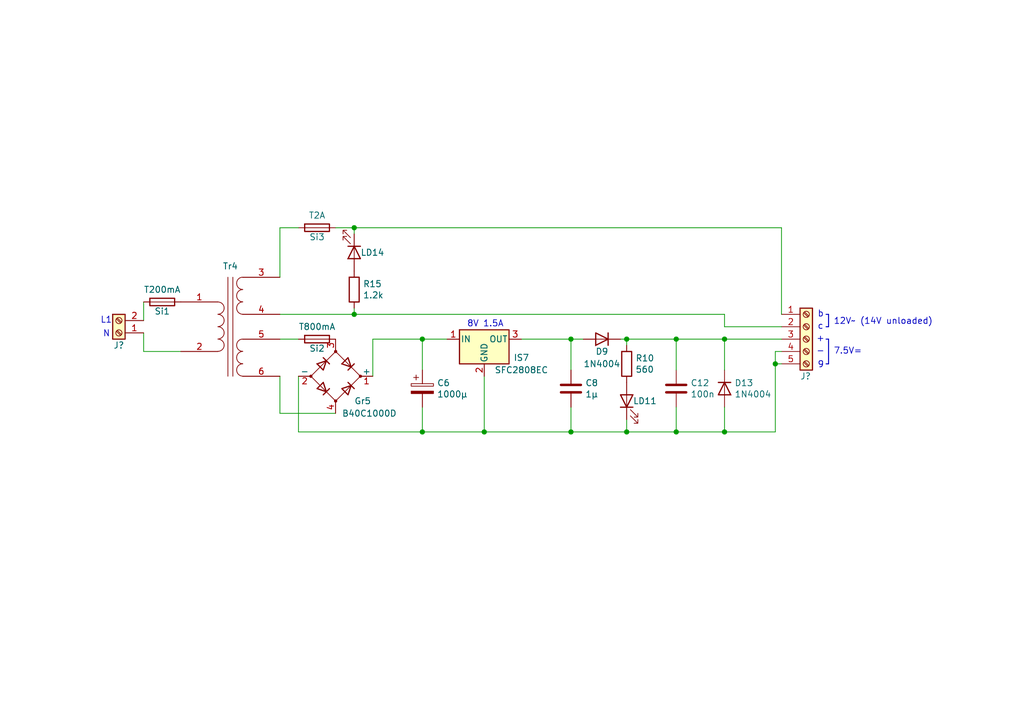
<source format=kicad_sch>
(kicad_sch (version 20211123) (generator eeschema)
  (paper "A5")
  (title_block (title "Siedle NG 402-01") (date "2022-03-27") (rev "1") (company "Julian Heinzel") (comment 1 "Creative Commons Attribution 4.0 International (or later)"))
  (lib_symbols
    (symbol "Connector:Screw_Terminal_01x02" (pin_names (offset 1.016) hide)
      (property "Reference" "J" (at 0 2.54 0))
      (property "Value" "Screw_Terminal_01x02" (at 0 -5.08 0))
      (symbol "Screw_Terminal_01x02_1_1"
        (rectangle (start -1.27 1.27) (end 1.27 -3.81) (stroke (width 0.254)) (fill (type background)))
        (circle (center 0 -2.54) (radius 0.635) (stroke (width 0.1524)))
        (polyline (pts (xy -0.5334 -2.2098) (xy 0.3302 -3.048)) (stroke (width 0.1524)))
        (polyline (pts (xy -0.5334 0.3302) (xy 0.3302 -0.508)) (stroke (width 0.1524)))
        (polyline (pts (xy -0.3556 -2.032) (xy 0.508 -2.8702)) (stroke (width 0.1524)))
        (polyline (pts (xy -0.3556 0.508) (xy 0.508 -0.3302)) (stroke (width 0.1524)))
        (circle (center 0 0) (radius 0.635) (stroke (width 0.1524)))
        (pin passive line (at -5.08 0 0) (length 3.81) (name "Pin_1") (number "1"))
        (pin passive line (at -5.08 -2.54 0) (length 3.81) (name "Pin_2") (number "2"))
      )
    )
    (symbol "Connector:Screw_Terminal_01x05" (pin_names (offset 1.016) hide)
      (property "Reference" "J" (at 0 7.62 0))
      (property "Value" "Screw_Terminal_01x05" (at 0 -7.62 0))
      (symbol "Screw_Terminal_01x05_1_1"
        (rectangle (start -1.27 6.35) (end 1.27 -6.35) (stroke (width 0.254)) (fill (type background)))
        (circle (center 0 -5.08) (radius 0.635) (stroke (width 0.1524)))
        (circle (center 0 -2.54) (radius 0.635) (stroke (width 0.1524)))
        (polyline (pts (xy -0.5334 -4.7498) (xy 0.3302 -5.588)) (stroke (width 0.1524)))
        (polyline (pts (xy -0.5334 -2.2098) (xy 0.3302 -3.048)) (stroke (width 0.1524)))
        (polyline (pts (xy -0.5334 0.3302) (xy 0.3302 -0.508)) (stroke (width 0.1524)))
        (polyline (pts (xy -0.5334 2.8702) (xy 0.3302 2.032)) (stroke (width 0.1524)))
        (polyline (pts (xy -0.5334 5.4102) (xy 0.3302 4.572)) (stroke (width 0.1524)))
        (polyline (pts (xy -0.3556 -4.572) (xy 0.508 -5.4102)) (stroke (width 0.1524)))
        (polyline (pts (xy -0.3556 -2.032) (xy 0.508 -2.8702)) (stroke (width 0.1524)))
        (polyline (pts (xy -0.3556 0.508) (xy 0.508 -0.3302)) (stroke (width 0.1524)))
        (polyline (pts (xy -0.3556 3.048) (xy 0.508 2.2098)) (stroke (width 0.1524)))
        (polyline (pts (xy -0.3556 5.588) (xy 0.508 4.7498)) (stroke (width 0.1524)))
        (circle (center 0 0) (radius 0.635) (stroke (width 0.1524)))
        (circle (center 0 2.54) (radius 0.635) (stroke (width 0.1524)))
        (circle (center 0 5.08) (radius 0.635) (stroke (width 0.1524)))
        (pin passive line (at -5.08 5.08 0) (length 3.81) (name "Pin_1") (number "1"))
        (pin passive line (at -5.08 2.54 0) (length 3.81) (name "Pin_2") (number "2"))
        (pin passive line (at -5.08 0 0) (length 3.81) (name "Pin_3") (number "3"))
        (pin passive line (at -5.08 -2.54 0) (length 3.81) (name "Pin_4") (number "4"))
        (pin passive line (at -5.08 -5.08 0) (length 3.81) (name "Pin_5") (number "5"))
      )
    )
    (symbol "Device:C" (pin_numbers hide) (pin_names (offset 0.254))
      (property "Reference" "C" (at 0.635 2.54 0))
      (property "Value" "C" (at 0.635 -2.54 0))
      (symbol "C_0_1"
        (polyline (pts (xy -2.032 -0.762) (xy 2.032 -0.762)) (stroke (width 0.508)))
        (polyline (pts (xy -2.032 0.762) (xy 2.032 0.762)) (stroke (width 0.508)))
      )
      (symbol "C_1_1"
        (pin passive line (at 0 3.81 270) (length 2.794) (name "~") (number "1"))
        (pin passive line (at 0 -3.81 90) (length 2.794) (name "~") (number "2"))
      )
    )
    (symbol "Device:CP" (pin_numbers hide) (pin_names (offset 0.254))
      (property "Reference" "C" (at 0.635 2.54 0))
      (property "Value" "Device_CP" (at 0.635 -2.54 0))
      (symbol "CP_0_1"
        (rectangle (start -2.286 0.508) (end 2.286 1.016))
        (polyline (pts (xy -1.778 2.286) (xy -0.762 2.286)))
        (polyline (pts (xy -1.27 2.794) (xy -1.27 1.778)))
        (rectangle (start 2.286 -0.508) (end -2.286 -1.016) (fill (type outline)))
      )
      (symbol "CP_1_1"
        (pin passive line (at 0 3.81 270) (length 2.794) (name "~") (number "1"))
        (pin passive line (at 0 -3.81 90) (length 2.794) (name "~") (number "2"))
      )
    )
    (symbol "Device:D" (pin_numbers hide) (pin_names (offset 1.016) hide)
      (property "Reference" "D" (at 0 2.54 0))
      (property "Value" "D" (at 0 -2.54 0))
      (symbol "D_0_1"
        (polyline (pts (xy -1.27 1.27) (xy -1.27 -1.27)) (stroke (width 0.254)))
        (polyline (pts (xy 1.27 0) (xy -1.27 0)))
        (polyline (pts (xy 1.27 1.27) (xy 1.27 -1.27) (xy -1.27 0) (xy 1.27 1.27)) (stroke (width 0.254)))
      )
      (symbol "D_1_1"
        (pin passive line (at -3.81 0 0) (length 2.54) (name "K") (number "1"))
        (pin passive line (at 3.81 0 180) (length 2.54) (name "A") (number "2"))
      )
    )
    (symbol "Device:D_Bridge_+-AA" (pin_names (offset 0))
      (property "Reference" "D" (at 2.54 6.985 0))
      (property "Value" "D_Bridge_+-AA" (at 2.54 5.08 0))
      (symbol "D_Bridge_+-AA_0_1"
        (circle (center -5.08 0) (radius 0.254) (fill (type outline)))
        (circle (center 0 -5.08) (radius 0.254) (fill (type outline)))
        (polyline (pts (xy -2.54 3.81) (xy -1.27 2.54)) (stroke (width 0.254)))
        (polyline (pts (xy -1.27 -2.54) (xy -2.54 -3.81)) (stroke (width 0.254)))
        (polyline (pts (xy 2.54 -1.27) (xy 3.81 -2.54)) (stroke (width 0.254)))
        (polyline (pts (xy 2.54 1.27) (xy 3.81 2.54)) (stroke (width 0.254)))
        (polyline (pts (xy -3.81 2.54) (xy -2.54 1.27) (xy -1.905 3.175) (xy -3.81 2.54)) (stroke (width 0.254)))
        (polyline (pts (xy -2.54 -1.27) (xy -3.81 -2.54) (xy -1.905 -3.175) (xy -2.54 -1.27)) (stroke (width 0.254)))
        (polyline (pts (xy 1.27 2.54) (xy 2.54 3.81) (xy 3.175 1.905) (xy 1.27 2.54)) (stroke (width 0.254)))
        (polyline (pts (xy 3.175 -1.905) (xy 1.27 -2.54) (xy 2.54 -3.81) (xy 3.175 -1.905)) (stroke (width 0.254)))
        (polyline (pts (xy -5.08 0) (xy 0 -5.08) (xy 5.08 0) (xy 0 5.08) (xy -5.08 0)))
        (circle (center 0 5.08) (radius 0.254) (fill (type outline)))
        (circle (center 5.08 0) (radius 0.254) (fill (type outline)))
      )
      (symbol "D_Bridge_+-AA_1_1"
        (pin passive line (at 7.62 0 180) (length 2.54) (name "+") (number "1"))
        (pin passive line (at -7.62 0 0) (length 2.54) (name "-") (number "2"))
        (pin passive line (at 0 7.62 270) (length 2.54) (name "~") (number "3"))
        (pin passive line (at 0 -7.62 90) (length 2.54) (name "~") (number "4"))
      )
    )
    (symbol "Device:Fuse" (pin_numbers hide) (pin_names (offset 0))
      (property "Reference" "F" (at 2.032 0 90))
      (property "Value" "Fuse" (at -1.905 0 90))
      (symbol "Fuse_0_1"
        (rectangle (start -0.762 -2.54) (end 0.762 2.54) (stroke (width 0.254)))
        (polyline (pts (xy 0 2.54) (xy 0 -2.54)))
      )
      (symbol "Fuse_1_1"
        (pin passive line (at 0 3.81 270) (length 1.27) (name "~") (number "1"))
        (pin passive line (at 0 -3.81 90) (length 1.27) (name "~") (number "2"))
      )
    )
    (symbol "Device:LED" (pin_numbers hide) (pin_names (offset 1.016) hide)
      (property "Reference" "D" (at 0 2.54 0))
      (property "Value" "LED" (at 0 -2.54 0))
      (symbol "LED_0_1"
        (polyline (pts (xy -1.27 -1.27) (xy -1.27 1.27)) (stroke (width 0.254)))
        (polyline (pts (xy -1.27 0) (xy 1.27 0)))
        (polyline (pts (xy 1.27 -1.27) (xy 1.27 1.27) (xy -1.27 0) (xy 1.27 -1.27)) (stroke (width 0.254)))
        (polyline (pts (xy -3.048 -0.762) (xy -4.572 -2.286) (xy -3.81 -2.286) (xy -4.572 -2.286) (xy -4.572 -1.524)))
        (polyline (pts (xy -1.778 -0.762) (xy -3.302 -2.286) (xy -2.54 -2.286) (xy -3.302 -2.286) (xy -3.302 -1.524)))
      )
      (symbol "LED_1_1"
        (pin passive line (at -3.81 0 0) (length 2.54) (name "K") (number "1"))
        (pin passive line (at 3.81 0 180) (length 2.54) (name "A") (number "2"))
      )
    )
    (symbol "Device:R" (pin_numbers hide) (pin_names (offset 0))
      (property "Reference" "R" (at 2.032 0 90))
      (property "Value" "R" (at 0 0 90))
      (symbol "R_0_1"
        (rectangle (start -1.016 -2.54) (end 1.016 2.54) (stroke (width 0.254)))
      )
      (symbol "R_1_1"
        (pin passive line (at 0 3.81 270) (length 1.27) (name "~") (number "1"))
        (pin passive line (at 0 -3.81 90) (length 1.27) (name "~") (number "2"))
      )
    )
    (symbol "Device:Transformer_1P_2S" (pin_names (offset 1.016) hide)
      (property "Reference" "T" (at 0 12.7 0))
      (property "Value" "Transformer_1P_2S" (at 0 -12.7 0))
      (symbol "Transformer_1P_2S_0_1"
        (arc (start -2.54 -5.0546) (mid -1.6599 -4.6901) (end -1.27 -3.81))
        (arc (start -2.54 -2.5146) (mid -1.6599 -2.1501) (end -1.27 -1.27))
        (arc (start -2.54 0.0254) (mid -1.6599 0.3899) (end -1.27 1.27))
        (arc (start -2.54 2.5654) (mid -1.6599 2.9299) (end -1.27 3.81))
        (arc (start -1.27 -3.81) (mid -1.642 -2.912) (end -2.54 -2.54))
        (arc (start -1.27 -1.27) (mid -1.642 -0.372) (end -2.54 0))
        (arc (start -1.27 1.27) (mid -1.642 2.168) (end -2.54 2.54))
        (arc (start -1.27 3.81) (mid -1.642 4.708) (end -2.54 5.08))
        (polyline (pts (xy -0.508 -10.16) (xy -0.508 10.16)))
        (polyline (pts (xy 0.508 10.16) (xy 0.508 -10.16)))
        (arc (start 1.2954 -8.89) (mid 1.6599 -9.7701) (end 2.54 -10.1346))
        (arc (start 1.2954 -6.35) (mid 1.6599 -7.2301) (end 2.54 -7.5946))
        (arc (start 1.2954 -3.81) (mid 1.6599 -4.6901) (end 2.54 -5.0546))
        (arc (start 1.2954 3.81) (mid 1.6599 2.9299) (end 2.54 2.5654))
        (arc (start 1.2954 6.35) (mid 1.6599 5.4699) (end 2.54 5.1054))
        (arc (start 1.2954 8.89) (mid 1.6599 8.0099) (end 2.54 7.6454))
        (arc (start 2.54 -7.62) (mid 1.642 -7.992) (end 1.2954 -8.89))
        (arc (start 2.54 -5.08) (mid 1.642 -5.452) (end 1.2954 -6.35))
        (arc (start 2.54 -2.54) (mid 1.642 -2.912) (end 1.2954 -3.81))
        (arc (start 2.54 5.08) (mid 1.642 4.708) (end 1.2954 3.81))
        (arc (start 2.54 7.62) (mid 1.642 7.248) (end 1.2954 6.35))
        (arc (start 2.54 10.16) (mid 1.642 9.788) (end 1.2954 8.89))
      )
      (symbol "Transformer_1P_2S_1_1"
        (pin passive line (at -10.16 5.08 0) (length 7.62) (name "AA") (number "1"))
        (pin passive line (at -10.16 -5.08 0) (length 7.62) (name "AB") (number "2"))
        (pin passive line (at 10.16 10.16 180) (length 7.62) (name "SA") (number "3"))
        (pin passive line (at 10.16 2.54 180) (length 7.62) (name "SB") (number "4"))
        (pin passive line (at 10.16 -2.54 180) (length 7.62) (name "SC") (number "5"))
        (pin passive line (at 10.16 -10.16 180) (length 7.62) (name "SD") (number "6"))
      )
    )
    (symbol "Regulator_Linear:L7808" (pin_names (offset 0.254))
      (property "Reference" "U" (at -3.81 3.175 0))
      (property "Value" "L7808" (at 0 3.175 0))
      (symbol "L7808_0_1"
        (rectangle (start -5.08 1.905) (end 5.08 -5.08) (stroke (width 0.254)) (fill (type background)))
      )
      (symbol "L7808_1_1"
        (pin power_in line (at -7.62 0 0) (length 2.54) (name "IN") (number "1"))
        (pin power_in line (at 0 -7.62 90) (length 2.54) (name "GND") (number "2"))
        (pin power_out line (at 7.62 0 180) (length 2.54) (name "OUT") (number "3"))
      )
    )
  )
  (junction (at 99.314 88.646))
  (junction (at 138.684 88.646))
  (junction (at 148.59 69.596))
  (junction (at 128.524 88.646))
  (junction (at 72.644 46.736))
  (junction (at 86.614 69.596))
  (junction (at 138.684 69.596))
  (junction (at 128.524 69.596))
  (junction (at 148.59 88.646))
  (junction (at 159.004 74.676))
  (junction (at 117.094 69.596))
  (junction (at 117.094 88.646))
  (junction (at 86.614 88.646))
  (junction (at 72.644 64.516))
  (wire (pts (xy 57.404 46.736) (xy 61.214 46.736)))
  (wire (pts (xy 138.684 88.646) (xy 148.59 88.646)))
  (wire (pts (xy 160.274 64.516) (xy 160.274 46.736)))
  (wire (pts (xy 86.614 69.596) (xy 91.694 69.596)))
  (wire (pts (xy 72.644 64.516) (xy 148.59 64.516)))
  (wire (pts (xy 29.464 72.136) (xy 29.464 68.326)))
  (wire (pts (xy 159.004 72.136) (xy 160.274 72.136)))
  (polyline (pts (xy 169.926 69.596) (xy 169.926 74.676)) (stroke (width 0.2032) (type solid)))
  (wire (pts (xy 86.614 75.946) (xy 86.614 69.596)))
  (wire (pts (xy 128.524 88.646) (xy 117.094 88.646)))
  (wire (pts (xy 148.59 88.646) (xy 148.59 83.566)))
  (wire (pts (xy 57.404 56.896) (xy 57.404 46.736)))
  (wire (pts (xy 128.524 86.106) (xy 128.524 88.646)))
  (wire (pts (xy 68.834 84.836) (xy 57.404 84.836)))
  (wire (pts (xy 61.214 88.646) (xy 86.614 88.646)))
  (wire (pts (xy 117.094 88.646) (xy 117.094 83.566)))
  (wire (pts (xy 72.644 46.736) (xy 160.274 46.736)))
  (wire (pts (xy 99.314 77.216) (xy 99.314 88.646)))
  (wire (pts (xy 148.59 67.056) (xy 148.59 64.516)))
  (polyline (pts (xy 169.926 64.516) (xy 169.926 67.056)) (stroke (width 0.2032) (type solid)))
  (polyline (pts (xy 169.926 67.056) (xy 169.418 67.056)) (stroke (width 0.2032) (type solid)))
  (wire (pts (xy 159.004 74.676) (xy 160.274 74.676)))
  (wire (pts (xy 57.404 69.596) (xy 61.214 69.596)))
  (wire (pts (xy 148.59 69.596) (xy 148.59 75.946)))
  (wire (pts (xy 138.684 69.596) (xy 148.59 69.596)))
  (polyline (pts (xy 169.418 74.676) (xy 169.926 74.676)) (stroke (width 0.2032) (type solid)))
  (wire (pts (xy 160.274 67.056) (xy 148.59 67.056)))
  (wire (pts (xy 29.464 65.786) (xy 29.464 61.976)))
  (wire (pts (xy 86.614 88.646) (xy 99.314 88.646)))
  (wire (pts (xy 159.004 74.676) (xy 159.004 72.136)))
  (wire (pts (xy 138.684 88.646) (xy 138.684 83.566)))
  (wire (pts (xy 76.454 77.216) (xy 76.454 69.596)))
  (wire (pts (xy 86.614 88.646) (xy 86.614 83.566)))
  (wire (pts (xy 68.834 46.736) (xy 72.644 46.736)))
  (wire (pts (xy 72.644 63.246) (xy 72.644 64.516)))
  (wire (pts (xy 76.454 69.596) (xy 86.614 69.596)))
  (wire (pts (xy 57.404 77.216) (xy 57.404 84.836)))
  (wire (pts (xy 117.094 75.946) (xy 117.094 69.596)))
  (polyline (pts (xy 169.418 69.596) (xy 169.926 69.596)) (stroke (width 0.2032) (type solid)))
  (wire (pts (xy 61.214 77.216) (xy 61.214 88.646)))
  (wire (pts (xy 72.644 46.736) (xy 72.644 48.006)))
  (wire (pts (xy 128.524 88.646) (xy 138.684 88.646)))
  (wire (pts (xy 127.254 69.596) (xy 128.524 69.596)))
  (wire (pts (xy 148.59 88.646) (xy 159.004 88.646)))
  (wire (pts (xy 128.524 69.596) (xy 128.524 70.866)))
  (wire (pts (xy 128.524 69.596) (xy 138.684 69.596)))
  (wire (pts (xy 99.314 88.646) (xy 117.094 88.646)))
  (polyline (pts (xy 169.418 64.516) (xy 169.926 64.516)) (stroke (width 0.2032) (type solid)))
  (wire (pts (xy 117.094 69.596) (xy 106.934 69.596)))
  (wire (pts (xy 148.59 69.596) (xy 160.274 69.596)))
  (wire (pts (xy 138.684 75.946) (xy 138.684 69.596)))
  (wire (pts (xy 117.094 69.596) (xy 119.634 69.596)))
  (wire (pts (xy 159.004 88.646) (xy 159.004 74.676)))
  (wire (pts (xy 57.404 64.516) (xy 72.644 64.516)))
  (wire (pts (xy 29.464 72.136) (xy 37.084 72.136)))
  (text "12V~ (14V unloaded)" (at 170.942 66.802 0) (effects (font (size 1.27 1.27)) (justify left bottom)))
  (text "8V 1.5A" (at 95.758 67.31 0) (effects (font (size 1.27 1.27)) (justify left bottom)))
  (text "7.5V=" (at 170.942 72.898 0) (effects (font (size 1.27 1.27)) (justify left bottom)))
  (text "b" (at 167.64 65.278 0) (effects (font (size 1.27 1.27)) (justify left bottom)))
  (text "9" (at 167.64 75.692 0) (effects (font (size 1.27 1.27)) (justify left bottom)))
  (text "+" (at 167.386 70.358 0) (effects (font (size 1.27 1.27)) (justify left bottom)))
  (text "L1" (at 20.574 66.548 0) (effects (font (size 1.27 1.27)) (justify left bottom)))
  (text "N" (at 21.082 69.342 0) (effects (font (size 1.27 1.27)) (justify left bottom)))
  (text "c" (at 167.64 67.818 0) (effects (font (size 1.27 1.27)) (justify left bottom)))
  (text "-" (at 167.386 72.898 0) (effects (font (size 1.27 1.27)) (justify left bottom)))
  (symbol (lib_id "Device:Transformer_1P_2S") (at 47.244 67.056 0) (unit 1)
    (property "Reference" "Tr4" (at 47.244 54.6354 0))
    (property "Value" "Transformer_1P_2S" (effects hide))
  )
  (symbol (lib_id "Device:Fuse") (at 33.274 61.976 270) (unit 1)
    (property "Reference" "Si1" (at 33.274 63.881 90))
    (property "Value" "T200mA" (at 33.274 59.436 90))
  )
  (symbol (lib_id "Device:Fuse") (at 65.024 46.736 270) (unit 1)
    (property "Reference" "Si3" (at 65.024 48.641 90))
    (property "Value" "T2A" (at 65.024 44.196 90))
  )
  (symbol (lib_id "Device:Fuse") (at 65.024 69.596 270) (unit 1)
    (property "Reference" "Si2" (at 65.024 71.501 90))
    (property "Value" "T800mA" (at 65.024 67.056 90))
  )
  (symbol (lib_id "Device:R") (at 72.644 59.436 0) (unit 1)
    (property "Reference" "R15" (at 74.422 58.2676 0) (effects (justify left)))
    (property "Value" "1.2k" (at 74.422 60.579 0) (effects (justify left)))
  )
  (symbol (lib_id "Device:R") (at 128.524 74.676 0) (unit 1)
    (property "Reference" "R10" (at 130.302 73.5076 0) (effects (justify left)))
    (property "Value" "560" (at 130.302 75.819 0) (effects (justify left)))
  )
  (symbol (lib_id "Device:CP") (at 86.614 79.756 0) (unit 1)
    (property "Reference" "C6" (at 89.6112 78.5876 0) (effects (justify left)))
    (property "Value" "1000µ" (at 89.6112 80.899 0) (effects (justify left)))
  )
  (symbol (lib_id "Device:C") (at 117.094 79.756 0) (unit 1)
    (property "Reference" "C8" (at 120.015 78.5876 0) (effects (justify left)))
    (property "Value" "1µ" (at 120.015 80.899 0) (effects (justify left)))
  )
  (symbol (lib_id "Device:C") (at 138.684 79.756 0) (unit 1)
    (property "Reference" "C12" (at 141.605 78.5876 0) (effects (justify left)))
    (property "Value" "100n" (at 141.605 80.899 0) (effects (justify left)))
  )
  (symbol (lib_id "Device:LED") (at 72.644 51.816 270) (unit 1)
    (property "Reference" "LD14" (at 73.914 51.816 90) (effects (justify left)))
    (property "Value" "LED" (effects hide))
  )
  (symbol (lib_id "Device:LED") (at 128.524 82.296 90) (unit 1)
    (property "Reference" "LD11" (at 129.794 82.296 90) (effects (justify right)))
    (property "Value" "LED" (effects hide))
  )
  (symbol (lib_id "Device:D") (at 148.59 79.756 270) (unit 1)
    (property "Reference" "D13" (at 150.622 78.5876 90) (effects (justify left)))
    (property "Value" "1N4004" (at 150.622 80.899 90) (effects (justify left)))
  )
  (symbol (lib_id "Device:D") (at 123.444 69.596 180) (unit 1)
    (property "Reference" "D9" (at 123.444 72.136 0))
    (property "Value" "1N4004" (at 123.444 74.676 0))
  )
  (symbol (lib_id "Device:D_Bridge_+-AA") (at 68.834 77.216 0) (unit 1)
    (property "Reference" "Gr5" (at 72.644 82.296 0) (effects (justify left)))
    (property "Value" "B40C1000D" (at 70.104 84.836 0) (effects (justify left)))
  )
  (symbol (lib_id "Regulator_Linear:L7808") (at 99.314 69.596 0) (unit 1)
    (property "Reference" "IS7" (at 106.934 73.406 0))
    (property "Value" "SFC2808EC" (at 106.934 75.946 0))
  )
  (symbol (lib_id "Connector:Screw_Terminal_01x05") (at 165.354 69.596 0) (unit 1)
    (property "Reference" "J?" (at 164.084 77.216 0) (effects (justify left)))
    (property "Value" "Screw_Terminal_01x05" (effects hide))
  )
  (symbol (lib_id "Connector:Screw_Terminal_01x02") (at 24.384 68.326 180) (unit 1)
    (property "Reference" "J?" (at 24.384 70.866 0))
    (property "Value" "Screw_Terminal_01x02" (effects hide))
  )
)
</source>
